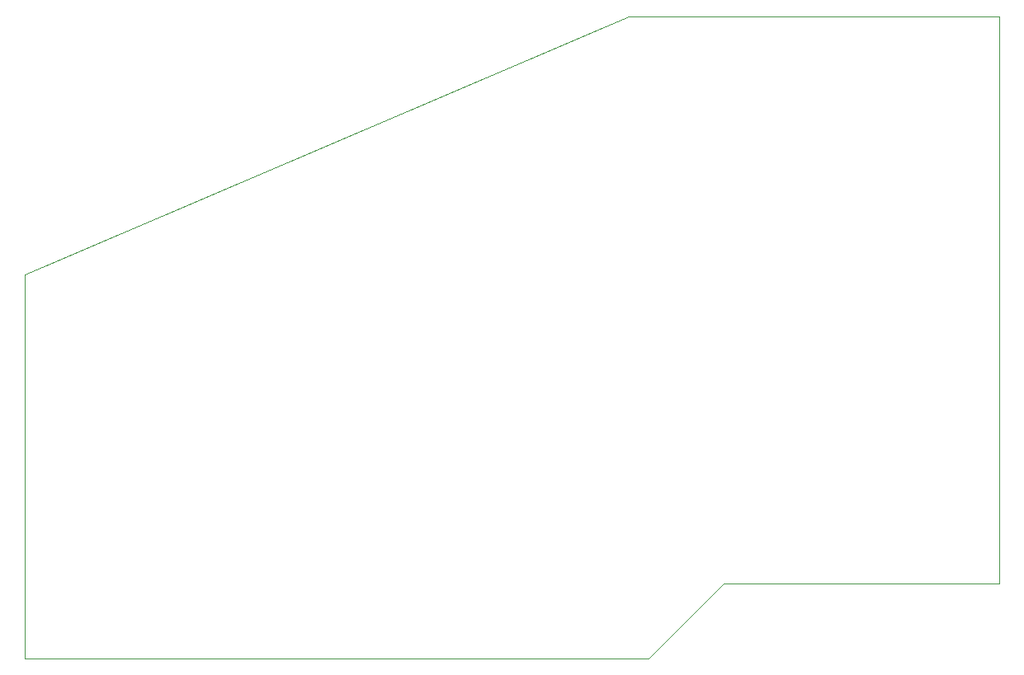
<source format=gbr>
%TF.GenerationSoftware,KiCad,Pcbnew,8.0.3*%
%TF.CreationDate,2024-06-29T10:30:53+02:00*%
%TF.ProjectId,adapter 8913-8910 triangle,61646170-7465-4722-9038-3931332d3839,rev?*%
%TF.SameCoordinates,Original*%
%TF.FileFunction,Profile,NP*%
%FSLAX46Y46*%
G04 Gerber Fmt 4.6, Leading zero omitted, Abs format (unit mm)*
G04 Created by KiCad (PCBNEW 8.0.3) date 2024-06-29 10:30:53*
%MOMM*%
%LPD*%
G01*
G04 APERTURE LIST*
%TA.AperFunction,Profile*%
%ADD10C,0.050000*%
%TD*%
G04 APERTURE END LIST*
D10*
X135835000Y-45655000D02*
X173835000Y-45655000D01*
X173835000Y-45655000D02*
X173835000Y-103905000D01*
X73835000Y-111650000D02*
X73835000Y-72215000D01*
X173835000Y-103905000D02*
X145600000Y-103905000D01*
X137835000Y-111655000D02*
X73835000Y-111655000D01*
X73835000Y-72215000D02*
X135835000Y-45655000D01*
X137835000Y-111655000D02*
X145600000Y-103905000D01*
M02*

</source>
